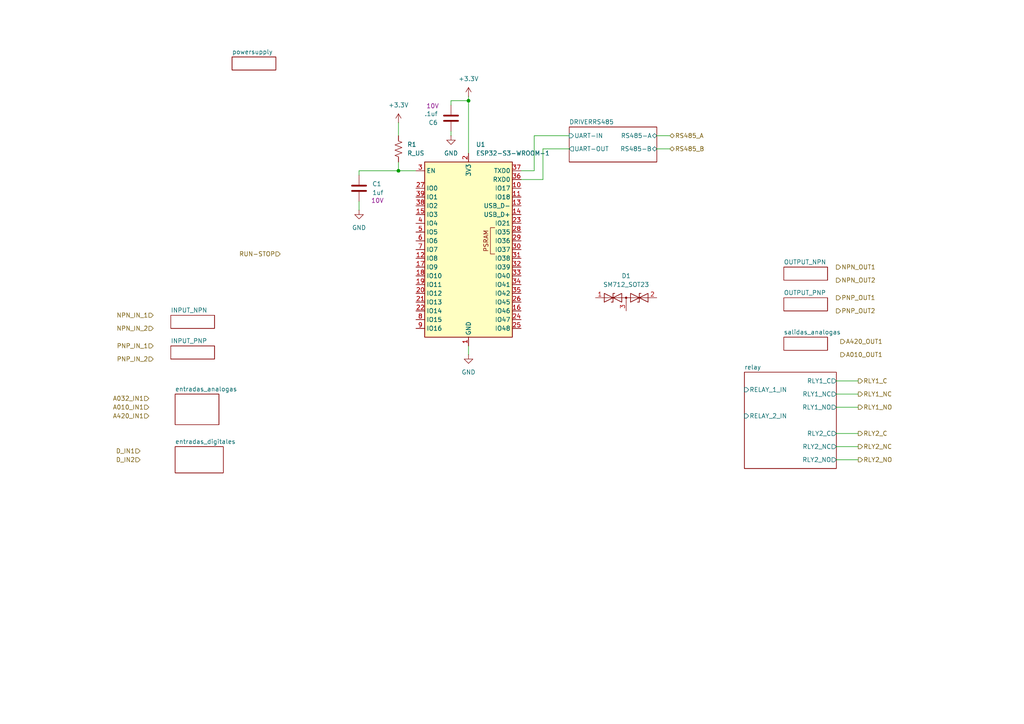
<source format=kicad_sch>
(kicad_sch (version 20250114) (generator "eeschema") (generator_version "9.0")
  (paper "A4")
  (lib_symbols
    (symbol "Device:C" (pin_numbers (hide yes)) (pin_names (offset 0.254))
      (property "Reference" "C" (at 0.635 2.54 0))
      (property "Value" "C" (at 0.635 -2.54 0))
      (symbol "C_0_1"
        (polyline (pts (xy -2.032 0.762) (xy 2.032 0.762)) (stroke (width 0.508)))
        (polyline (pts (xy -2.032 -0.762) (xy 2.032 -0.762)) (stroke (width 0.508)))
      )
      (symbol "C_1_1"
        (pin passive line (at 0 3.81 270) (length 2.794) (name "~") (number "1"))
        (pin passive line (at 0 -3.81 90) (length 2.794) (name "~") (number "2"))
      )
    )
    (symbol "Device:R_US" (pin_numbers (hide yes)) (pin_names (offset 0))
      (property "Reference" "R" (at 2.54 0 90))
      (property "Value" "R_US" (at -2.54 0 90))
      (symbol "R_US_0_1"
        (polyline (pts (xy 0 2.286) (xy 0 2.54)))
        (polyline (pts (xy 0 2.286) (xy 1.016 1.905) (xy 0 1.524) (xy -1.016 1.143) (xy 0 0.762)))
        (polyline (pts (xy 0 0.762) (xy 1.016 0.381) (xy 0 0) (xy -1.016 -0.381) (xy 0 -0.762)))
        (polyline (pts (xy 0 -0.762) (xy 1.016 -1.143) (xy 0 -1.524) (xy -1.016 -1.905) (xy 0 -2.286)))
        (polyline (pts (xy 0 -2.286) (xy 0 -2.54)))
      )
      (symbol "R_US_1_1"
        (pin passive line (at 0 3.81 270) (length 1.27) (name "~") (number "1"))
        (pin passive line (at 0 -3.81 90) (length 1.27) (name "~") (number "2"))
      )
    )
    (symbol "Diode:SM712_SOT23" (pin_names (offset 1.016) (hide yes))
      (property "Reference" "D" (at 0 4.445 0))
      (property "Value" "SM712_SOT23" (at 0 2.54 0))
      (symbol "SM712_SOT23_0_0"
        (polyline (pts (xy 0 -1.27) (xy 0 0)))
      )
      (symbol "SM712_SOT23_0_1"
        (polyline (pts (xy -6.35 0) (xy 6.35 0)))
        (polyline (pts (xy -6.35 -1.27) (xy -1.27 1.27) (xy -1.27 -1.27) (xy -6.35 1.27) (xy -6.35 -1.27)) (stroke (width 0.2032)))
        (polyline (pts (xy -3.302 1.27) (xy -3.81 1.27) (xy -3.81 -1.27) (xy -4.318 -1.27)) (stroke (width 0.2032)))
        (circle (center 0 0) (radius 0.254) (fill (type outline)))
        (polyline (pts (xy 1.27 -1.27) (xy 1.27 1.27) (xy 6.35 -1.27) (xy 6.35 1.27) (xy 1.27 -1.27)) (stroke (width 0.2032)))
        (polyline (pts (xy 4.318 1.27) (xy 3.81 1.27) (xy 3.81 -1.27) (xy 3.302 -1.27)) (stroke (width 0.2032)))
      )
      (symbol "SM712_SOT23_1_1"
        (pin passive line (at -8.89 0 0) (length 2.54) (name "A1") (number "1"))
        (pin input line (at 0 -3.81 90) (length 2.54) (name "common") (number "3"))
        (pin passive line (at 8.89 0 180) (length 2.54) (name "A2") (number "2"))
      )
    )
    (symbol "RF_Module:ESP32-S3-WROOM-1"
      (property "Reference" "U" (at -12.7 26.67 0))
      (property "Value" "ESP32-S3-WROOM-1" (at 12.7 26.67 0))
      (symbol "ESP32-S3-WROOM-1_0_0"
        (rectangle (start -12.7 25.4) (end 12.7 -25.4) (stroke (width 0.254)) (fill (type background)))
        (text "PSRAM" (at 5.08 2.54 900) (effects (font (size 1.27 1.27))))
      )
      (symbol "ESP32-S3-WROOM-1_0_1"
        (polyline (pts (xy 7.62 -1.27) (xy 6.35 -1.27) (xy 6.35 6.35) (xy 7.62 6.35)))
      )
      (symbol "ESP32-S3-WROOM-1_1_1"
        (pin input line (at -15.24 22.86 0) (length 2.54) (name "EN") (number "3"))
        (pin bidirectional line (at -15.24 17.78 0) (length 2.54) (name "IO0") (number "27"))
        (pin bidirectional line (at -15.24 15.24 0) (length 2.54) (name "IO1") (number "39"))
        (pin bidirectional line (at -15.24 12.7 0) (length 2.54) (name "IO2") (number "38"))
        (pin bidirectional line (at -15.24 10.16 0) (length 2.54) (name "IO3") (number "15"))
        (pin bidirectional line (at -15.24 7.62 0) (length 2.54) (name "IO4") (number "4"))
        (pin bidirectional line (at -15.24 5.08 0) (length 2.54) (name "IO5") (number "5"))
        (pin bidirectional line (at -15.24 2.54 0) (length 2.54) (name "IO6") (number "6"))
        (pin bidirectional line (at -15.24 0 0) (length 2.54) (name "IO7") (number "7"))
        (pin bidirectional line (at -15.24 -2.54 0) (length 2.54) (name "IO8") (number "12"))
        (pin bidirectional line (at -15.24 -5.08 0) (length 2.54) (name "IO9") (number "17"))
        (pin bidirectional line (at -15.24 -7.62 0) (length 2.54) (name "IO10") (number "18"))
        (pin bidirectional line (at -15.24 -10.16 0) (length 2.54) (name "IO11") (number "19"))
        (pin bidirectional line (at -15.24 -12.7 0) (length 2.54) (name "IO12") (number "20"))
        (pin bidirectional line (at -15.24 -15.24 0) (length 2.54) (name "IO13") (number "21"))
        (pin bidirectional line (at -15.24 -17.78 0) (length 2.54) (name "IO14") (number "22"))
        (pin bidirectional line (at -15.24 -20.32 0) (length 2.54) (name "IO15") (number "8"))
        (pin bidirectional line (at -15.24 -22.86 0) (length 2.54) (name "IO16") (number "9"))
        (pin power_in line (at 0 27.94 270) (length 2.54) (name "3V3") (number "2"))
        (pin power_in line (at 0 -27.94 90) (length 2.54) (name "GND") (number "1"))
        (pin passive line (at 0 -27.94 90) (length 2.54) (hide yes) (name "GND") (number "40"))
        (pin passive line (at 0 -27.94 90) (length 2.54) (hide yes) (name "GND") (number "41"))
        (pin bidirectional line (at 15.24 22.86 180) (length 2.54) (name "TXD0") (number "37"))
        (pin bidirectional line (at 15.24 20.32 180) (length 2.54) (name "RXD0") (number "36"))
        (pin bidirectional line (at 15.24 17.78 180) (length 2.54) (name "IO17") (number "10"))
        (pin bidirectional line (at 15.24 15.24 180) (length 2.54) (name "IO18") (number "11"))
        (pin bidirectional line (at 15.24 12.7 180) (length 2.54) (name "USB_D-") (number "13"))
        (pin bidirectional line (at 15.24 10.16 180) (length 2.54) (name "USB_D+") (number "14"))
        (pin bidirectional line (at 15.24 7.62 180) (length 2.54) (name "IO21") (number "23"))
        (pin bidirectional line (at 15.24 5.08 180) (length 2.54) (name "IO35") (number "28"))
        (pin bidirectional line (at 15.24 2.54 180) (length 2.54) (name "IO36") (number "29"))
        (pin bidirectional line (at 15.24 0 180) (length 2.54) (name "IO37") (number "30"))
        (pin bidirectional line (at 15.24 -2.54 180) (length 2.54) (name "IO38") (number "31"))
        (pin bidirectional line (at 15.24 -5.08 180) (length 2.54) (name "IO39") (number "32"))
        (pin bidirectional line (at 15.24 -7.62 180) (length 2.54) (name "IO40") (number "33"))
        (pin bidirectional line (at 15.24 -10.16 180) (length 2.54) (name "IO41") (number "34"))
        (pin bidirectional line (at 15.24 -12.7 180) (length 2.54) (name "IO42") (number "35"))
        (pin bidirectional line (at 15.24 -15.24 180) (length 2.54) (name "IO45") (number "26"))
        (pin bidirectional line (at 15.24 -17.78 180) (length 2.54) (name "IO46") (number "16"))
        (pin bidirectional line (at 15.24 -20.32 180) (length 2.54) (name "IO47") (number "24"))
        (pin bidirectional line (at 15.24 -22.86 180) (length 2.54) (name "IO48") (number "25"))
      )
    )
    (symbol "power:+3.3V" (power) (pin_numbers (hide yes)) (pin_names (offset 0) (hide yes))
      (property "Value" "+3.3V" (at 0 3.556 0))
      (symbol "+3.3V_0_1"
        (polyline (pts (xy -0.762 1.27) (xy 0 2.54)))
        (polyline (pts (xy 0 2.54) (xy 0.762 1.27)))
        (polyline (pts (xy 0 0) (xy 0 2.54)))
      )
      (symbol "+3.3V_1_1"
        (pin power_in line (at 0 0 90) (length 0) (name "~") (number "1"))
      )
    )
    (symbol "power:GND" (power) (pin_numbers (hide yes)) (pin_names (offset 0) (hide yes))
      (property "Value" "GND" (at 0 -3.81 0))
      (symbol "GND_0_1"
        (polyline (pts (xy 0 0) (xy 0 -1.27) (xy 1.27 -1.27) (xy 0 -2.54) (xy -1.27 -1.27) (xy 0 -1.27)))
      )
      (symbol "GND_1_1"
        (pin power_in line (at 0 0 270) (length 0) (name "~") (number "1"))
      )
    )
  )
  (junction (at 115.57 49.53))
  (junction (at 135.89 29.21))
  (wire (pts (xy 154.94 39.37) (xy 165.1 39.37)))
  (wire (pts (xy 242.57 129.54) (xy 248.92 129.54)))
  (wire (pts (xy 135.89 27.94) (xy 135.89 29.21)))
  (wire (pts (xy 130.81 29.21) (xy 130.81 30.48)))
  (wire (pts (xy 242.57 114.3) (xy 248.92 114.3)))
  (wire (pts (xy 190.5 43.18) (xy 194.31 43.18)))
  (wire (pts (xy 104.14 50.8) (xy 104.14 49.53)))
  (wire (pts (xy 104.14 58.42) (xy 104.14 60.96)))
  (wire (pts (xy 151.13 52.07) (xy 157.48 52.07)))
  (wire (pts (xy 154.94 49.53) (xy 154.94 39.37)))
  (wire (pts (xy 157.48 52.07) (xy 157.48 43.18)))
  (wire (pts (xy 135.89 100.33) (xy 135.89 102.87)))
  (wire (pts (xy 151.13 49.53) (xy 154.94 49.53)))
  (wire (pts (xy 190.5 39.37) (xy 194.31 39.37)))
  (wire (pts (xy 242.57 125.73) (xy 248.92 125.73)))
  (wire (pts (xy 242.57 133.35) (xy 248.92 133.35)))
  (wire (pts (xy 135.89 29.21) (xy 135.89 44.45)))
  (wire (pts (xy 104.14 49.53) (xy 115.57 49.53)))
  (wire (pts (xy 242.57 110.49) (xy 248.92 110.49)))
  (wire (pts (xy 115.57 46.99) (xy 115.57 49.53)))
  (wire (pts (xy 130.81 38.1) (xy 130.81 39.37)))
  (wire (pts (xy 242.57 118.11) (xy 248.92 118.11)))
  (wire (pts (xy 115.57 39.37) (xy 115.57 35.56)))
  (wire (pts (xy 115.57 49.53) (xy 120.65 49.53)))
  (wire (pts (xy 130.81 29.21) (xy 135.89 29.21)))
  (wire (pts (xy 157.48 43.18) (xy 165.1 43.18)))
  (hierarchical_label "A010_OUT1" (shape output) (at 243.84 102.87 0))
  (hierarchical_label "NPN_IN_2" (shape input) (at 44.45 95.25 180))
  (hierarchical_label "PNP_OUT1" (shape output) (at 242.57 86.36 0))
  (hierarchical_label "NPN_IN_1" (shape input) (at 44.45 91.44 180))
  (hierarchical_label "RUN-STOP" (shape input) (at 81.28 73.66 180))
  (hierarchical_label "RLY2_NC" (shape output) (at 248.92 129.54 0))
  (hierarchical_label "RS485_B" (shape bidirectional) (at 194.31 43.18 0))
  (hierarchical_label "RLY2_C" (shape output) (at 248.92 125.73 0))
  (hierarchical_label "NPN_OUT2" (shape output) (at 242.57 81.28 0))
  (hierarchical_label "PNP_IN_2" (shape input) (at 44.45 104.14 180))
  (hierarchical_label "NPN_OUT1" (shape output) (at 242.57 77.47 0))
  (hierarchical_label "RLY2_NO" (shape output) (at 248.92 133.35 0))
  (hierarchical_label "RLY1_NC" (shape output) (at 248.92 114.3 0))
  (hierarchical_label "D_IN2" (shape input) (at 40.64 133.35 180))
  (hierarchical_label "RLY1_C" (shape output) (at 248.92 110.49 0))
  (hierarchical_label "D_IN1" (shape input) (at 40.64 130.81 180))
  (hierarchical_label "RLY1_NO" (shape output) (at 248.92 118.11 0))
  (hierarchical_label "PNP_IN_1" (shape input) (at 44.45 100.33 180))
  (hierarchical_label "A420_IN1" (shape input) (at 43.18 120.65 180))
  (hierarchical_label "PNP_OUT2" (shape output) (at 242.57 90.17 0))
  (hierarchical_label "A032_IN1" (shape input) (at 43.18 115.57 180))
  (hierarchical_label "A010_IN1" (shape input) (at 43.18 118.11 180))
  (hierarchical_label "RS485_A" (shape bidirectional) (at 194.31 39.37 0))
  (hierarchical_label "A420_OUT1" (shape output) (at 243.84 99.06 0))
  (symbol (lib_id "Diode:SM712_SOT23") (at 181.61 86.36 0) (unit 1)
    (property "Reference" "D1" (at 181.61 80.01 0))
    (property "Value" "SM712_SOT23" (at 181.61 82.55 0))
    (property "Footprint" "Package_TO_SOT_SMD:SOT-23" (effects (hide yes)))
    (property "Datasheet" "https://www.littelfuse.com/~/media/electronics/datasheets/tvs_diode_arrays/littelfuse_tvs_diode_array_sm712_datasheet.pdf.pdf" (effects (hide yes)))
    (property "Description" "7V/12V, 600W Asymmetrical TVS Diode Array, SOT-23" (effects (hide yes)))
  )
  (symbol (lib_id "Device:C") (at 104.14 54.61 0) (unit 1)
    (property "Reference" "C1" (at 107.95 53.3399 0) (effects (justify left)))
    (property "Value" "1uf" (at 107.95 55.8799 0) (effects (justify left)))
    (property "Footprint" "Capacitor_SMD:C_0201_0603Metric" (effects (hide yes)))
    (property "Description" "Unpolarized capacitor" (effects (hide yes)))
    (property "V" "10V" (at 109.474 58.166 0))
  )
  (symbol (lib_id "power:+3.3V") (at 135.89 27.94 0) (unit 1)
    (property "Reference" "#PWR09" (effects (hide yes)))
    (property "Value" "+3.3V" (at 135.89 22.86 0))
    (property "Description" "Power symbol creates a global label with name \"+3.3V\"" (effects (hide yes)))
  )
  (symbol (lib_id "power:GND") (at 130.81 39.37 0) (unit 1)
    (property "Reference" "#PWR017" (effects (hide yes)))
    (property "Value" "GND" (at 130.81 44.45 0))
    (property "Description" "Power symbol creates a global label with name \"GND\" , ground" (effects (hide yes)))
  )
  (symbol (lib_id "RF_Module:ESP32-S3-WROOM-1") (at 135.89 72.39 0) (unit 1)
    (property "Reference" "U1" (at 138.0333 41.91 0) (effects (justify left)))
    (property "Value" "ESP32-S3-WROOM-1" (at 138.0333 44.45 0) (effects (justify left)))
    (property "Footprint" "RF_Module:ESP32-S3-WROOM-1" (effects (hide yes)))
    (property "Datasheet" "https://www.espressif.com/sites/default/files/documentation/esp32-s3-wroom-1_wroom-1u_datasheet_en.pdf" (effects (hide yes)))
    (property "Description" "RF Module, ESP32-S3 SoC, Wi-Fi 802.11b/g/n, Bluetooth, BLE, 32-bit, 3.3V, onboard antenna, SMD" (effects (hide yes)))
  )
  (symbol (lib_id "power:GND") (at 135.89 102.87 0) (unit 1)
    (property "Reference" "#PWR010" (effects (hide yes)))
    (property "Value" "GND" (at 135.89 107.95 0))
    (property "Description" "Power symbol creates a global label with name \"GND\" , ground" (effects (hide yes)))
  )
  (symbol (lib_id "power:GND") (at 104.14 60.96 0) (unit 1)
    (property "Reference" "#PWR07" (effects (hide yes)))
    (property "Value" "GND" (at 104.14 66.04 0))
    (property "Description" "Power symbol creates a global label with name \"GND\" , ground" (effects (hide yes)))
  )
  (symbol (lib_id "power:+3.3V") (at 115.57 35.56 0) (unit 1)
    (property "Reference" "#PWR08" (effects (hide yes)))
    (property "Value" "+3.3V" (at 115.57 30.48 0))
    (property "Description" "Power symbol creates a global label with name \"+3.3V\"" (effects (hide yes)))
  )
  (symbol (lib_id "Device:C") (at 130.81 34.29 180) (unit 1)
    (property "Reference" "C6" (at 127 35.5601 0) (effects (justify left)))
    (property "Value" ".1uf" (at 127 33.0201 0) (effects (justify left)))
    (property "Footprint" "Capacitor_SMD:C_0201_0603Metric" (effects (hide yes)))
    (property "Description" "Unpolarized capacitor" (effects (hide yes)))
    (property "V" "10V" (at 125.476 30.734 0))
  )
  (symbol (lib_id "Device:R_US") (at 115.57 43.18 0) (unit 1)
    (property "Reference" "R1" (at 118.11 41.9099 0) (effects (justify left)))
    (property "Value" "R_US" (at 118.11 44.4499 0) (effects (justify left)))
    (property "Footprint" "Resistor_SMD:R_0201_0603Metric" (effects (hide yes)))
    (property "Description" "Resistor, US symbol" (effects (hide yes)))
  )
  (sheet (at 227.33 77.47) (size 12.7 3.81) (stroke (width 0.1524))
    (property "Sheetname" "OUTPUT_NPN" (at 227.33 76.7584 0) (effects (justify left bottom)))
    (property "Sheetfile" "OUTPUT_NPN.kicad_sch" (effects (hide yes)))
  )
  (sheet (at 227.33 97.79) (size 12.7 3.81) (stroke (width 0.1524))
    (property "Sheetname" "salidas_analogas" (at 227.33 97.0784 0) (effects (justify left bottom)))
    (property "Sheetfile" "salidas_analogas.kicad_sch" (effects (hide yes)))
  )
  (sheet (at 50.8 114.3) (size 12.7 8.89) (stroke (width 0.1524))
    (property "Sheetname" "entradas_analogas" (at 50.8 113.5884 0) (effects (justify left bottom)))
    (property "Sheetfile" "entradas_analogas.kicad_sch" (effects (hide yes)))
  )
  (sheet (at 50.8 129.54) (size 13.97 7.62) (stroke (width 0.1524))
    (property "Sheetname" "entradas_digitales" (at 50.8 128.8284 0) (effects (justify left bottom)))
    (property "Sheetfile" "entradas_digitales.kicad_sch" (effects (hide yes)))
  )
  (sheet (at 67.31 16.51) (size 12.7 3.81) (stroke (width 0.1524))
    (property "Sheetname" "powersupply" (at 67.31 15.7984 0) (effects (justify left bottom)))
    (property "Sheetfile" "powersupply.kicad_sch" (effects (hide yes)))
  )
  (sheet (at 227.33 86.36) (size 12.7 3.81) (stroke (width 0.1524))
    (property "Sheetname" "OUTPUT_PNP" (at 227.33 85.6484 0) (effects (justify left bottom)))
    (property "Sheetfile" "OUTPUT_PNP.kicad_sch" (effects (hide yes)))
  )
  (sheet (at 49.53 100.33) (size 12.7 3.81) (stroke (width 0.1524))
    (property "Sheetname" "INPUT_PNP" (at 49.53 99.6184 0) (effects (justify left bottom)))
    (property "Sheetfile" "INPUT_PNP.kicad_sch" (effects (hide yes)))
  )
  (sheet (at 49.53 91.44) (size 12.7 3.81) (stroke (width 0.1524))
    (property "Sheetname" "INPUT_NPN" (at 49.53 90.7284 0) (effects (justify left bottom)))
    (property "Sheetfile" "INPUT_NPN.kicad_sch" (effects (hide yes)))
  )
  (sheet (at 165.1 36.83) (size 25.4 10.16) (stroke (width 0.1524))
    (property "Sheetname" "DRIVERRS485" (at 165.1 36.1184 0) (effects (justify left bottom)))
    (property "Sheetfile" "DRIVERRS485.kicad_sch" (effects (hide yes)))
    (pin "RS485-A" bidirectional (at 190.5 39.37 0))
    (pin "RS485-B" bidirectional (at 190.5 43.18 0))
    (pin "UART-IN" input (at 165.1 39.37 180))
    (pin "UART-OUT" output (at 165.1 43.18 180))
  )
  (sheet (at 215.9 107.95) (size 26.67 27.94) (stroke (width 0.1524))
    (property "Sheetname" "relay" (at 215.9 107.2384 0) (effects (justify left bottom)))
    (property "Sheetfile" "relay.kicad_sch" (effects (hide yes)))
    (pin "RELAY_1_IN" input (at 215.9 113.03 180))
    (pin "RELAY_2_IN" input (at 215.9 120.65 180))
    (pin "RLY1_C" output (at 242.57 110.49 0))
    (pin "RLY1_NC" output (at 242.57 114.3 0))
    (pin "RLY1_NO" output (at 242.57 118.11 0))
    (pin "RLY2_C" output (at 242.57 125.73 0))
    (pin "RLY2_NC" output (at 242.57 129.54 0))
    (pin "RLY2_NO" output (at 242.57 133.35 0))
  )
)
</source>
